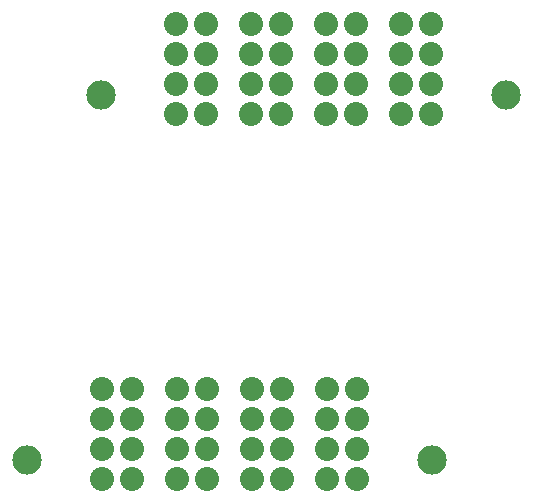
<source format=gbr>
G04 #@! TF.FileFunction,Copper,L1,Top,Signal*
%FSLAX46Y46*%
G04 Gerber Fmt 4.6, Leading zero omitted, Abs format (unit mm)*
G04 Created by KiCad (PCBNEW 4.0.7) date 04/10/18 01:58:47*
%MOMM*%
%LPD*%
G01*
G04 APERTURE LIST*
%ADD10C,0.100000*%
%ADD11C,2.489200*%
%ADD12C,2.032000*%
G04 APERTURE END LIST*
D10*
D11*
X113795000Y-84629800D03*
D12*
X139195000Y-78610000D03*
X141735000Y-78610000D03*
X139195000Y-81150000D03*
X141735000Y-81150000D03*
X139195000Y-83690000D03*
X141735000Y-83690000D03*
X139195000Y-86230000D03*
X141735000Y-86230000D03*
X135385000Y-86230000D03*
X132845000Y-86230000D03*
X135385000Y-83690000D03*
X132845000Y-83690000D03*
X135385000Y-81150000D03*
X132845000Y-81150000D03*
X135385000Y-78610000D03*
X132845000Y-78610000D03*
X126495000Y-78610000D03*
X129035000Y-78610000D03*
X126495000Y-81150000D03*
X129035000Y-81150000D03*
X126495000Y-83690000D03*
X129035000Y-83690000D03*
X126495000Y-86230000D03*
X129035000Y-86230000D03*
X122685000Y-86230000D03*
X120145000Y-86230000D03*
X122685000Y-83690000D03*
X120145000Y-83690000D03*
X122685000Y-81150000D03*
X120145000Y-81150000D03*
X122685000Y-78610000D03*
X120145000Y-78610000D03*
D11*
X148085000Y-84629800D03*
X107565000Y-115559800D03*
D12*
X132965000Y-109540000D03*
X135505000Y-109540000D03*
X132965000Y-112080000D03*
X135505000Y-112080000D03*
X132965000Y-114620000D03*
X135505000Y-114620000D03*
X132965000Y-117160000D03*
X135505000Y-117160000D03*
X129155000Y-117160000D03*
X126615000Y-117160000D03*
X129155000Y-114620000D03*
X126615000Y-114620000D03*
X129155000Y-112080000D03*
X126615000Y-112080000D03*
X129155000Y-109540000D03*
X126615000Y-109540000D03*
X120265000Y-109540000D03*
X122805000Y-109540000D03*
X120265000Y-112080000D03*
X122805000Y-112080000D03*
X120265000Y-114620000D03*
X122805000Y-114620000D03*
X120265000Y-117160000D03*
X122805000Y-117160000D03*
X116455000Y-117160000D03*
X113915000Y-117160000D03*
X116455000Y-114620000D03*
X113915000Y-114620000D03*
X116455000Y-112080000D03*
X113915000Y-112080000D03*
X116455000Y-109540000D03*
X113915000Y-109540000D03*
D11*
X141855000Y-115559800D03*
M02*

</source>
